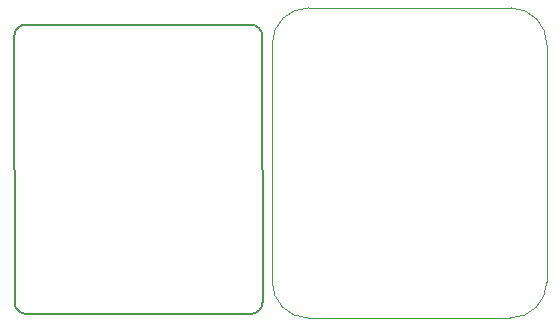
<source format=gbr>
%TF.GenerationSoftware,KiCad,Pcbnew,7.0.2*%
%TF.CreationDate,2024-03-04T12:30:01-06:00*%
%TF.ProjectId,brkn_covers,62726b6e-5f63-46f7-9665-72732e6b6963,rev?*%
%TF.SameCoordinates,Original*%
%TF.FileFunction,Profile,NP*%
%FSLAX46Y46*%
G04 Gerber Fmt 4.6, Leading zero omitted, Abs format (unit mm)*
G04 Created by KiCad (PCBNEW 7.0.2) date 2024-03-04 12:30:01*
%MOMM*%
%LPD*%
G01*
G04 APERTURE LIST*
%TA.AperFunction,Profile*%
%ADD10C,0.050000*%
%TD*%
%TA.AperFunction,Profile*%
%ADD11C,0.150000*%
%TD*%
G04 APERTURE END LIST*
D10*
%TO.C,Cover*%
X120385000Y-86140000D02*
X120384737Y-66009996D01*
X123485000Y-62990000D02*
X140615000Y-62990000D01*
X140534737Y-89240000D02*
X123404996Y-89240263D01*
X143634996Y-66090263D02*
X143635000Y-86220004D01*
X123485000Y-62990000D02*
G75*
G03*
X120384737Y-66009996I-40262J-3059997D01*
G01*
X120385000Y-86140000D02*
G75*
G03*
X123404996Y-89240263I3059997J-40262D01*
G01*
X143634996Y-66090263D02*
G75*
G03*
X140615000Y-62990000I-3059996J40263D01*
G01*
X140534737Y-89239996D02*
G75*
G03*
X143635000Y-86220004I40263J3059996D01*
G01*
D11*
%TO.C,U1*%
X98570000Y-87900000D02*
X98547107Y-65397107D01*
X99570000Y-88900000D02*
X118570000Y-88900000D01*
X118560000Y-64400000D02*
X99547107Y-64397107D01*
X119550049Y-65400000D02*
X119570000Y-87900000D01*
X99547107Y-64397107D02*
G75*
G03*
X98547107Y-65397107I-1J-999999D01*
G01*
X98570000Y-87900000D02*
G75*
G03*
X99570000Y-88900000I1000001J1D01*
G01*
X119550048Y-65400000D02*
G75*
G03*
X118560000Y-64400002I-1000048J0D01*
G01*
X118570000Y-88900000D02*
G75*
G03*
X119570000Y-87900000I0J1000000D01*
G01*
%TD*%
M02*

</source>
